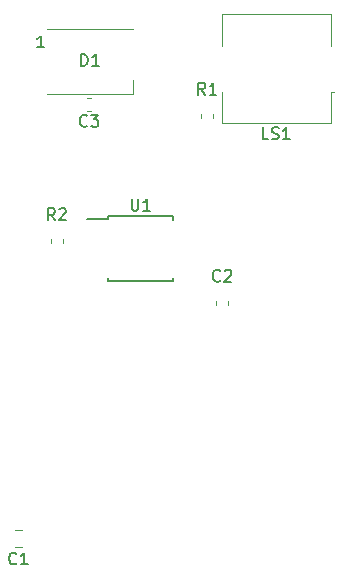
<source format=gto>
G04 #@! TF.GenerationSoftware,KiCad,Pcbnew,(5.1.2-1)-1*
G04 #@! TF.CreationDate,2019-07-21T21:30:41+01:00*
G04 #@! TF.ProjectId,nfc_reader_module,6e66635f-7265-4616-9465-725f6d6f6475,rev?*
G04 #@! TF.SameCoordinates,Original*
G04 #@! TF.FileFunction,Legend,Top*
G04 #@! TF.FilePolarity,Positive*
%FSLAX46Y46*%
G04 Gerber Fmt 4.6, Leading zero omitted, Abs format (unit mm)*
G04 Created by KiCad (PCBNEW (5.1.2-1)-1) date 2019-07-21 21:30:41*
%MOMM*%
%LPD*%
G04 APERTURE LIST*
%ADD10C,0.120000*%
%ADD11C,0.150000*%
G04 APERTURE END LIST*
D10*
X143690000Y-87395279D02*
X143690000Y-87069721D01*
X142670000Y-87395279D02*
X142670000Y-87069721D01*
D11*
X147520000Y-85350000D02*
X145770000Y-85350000D01*
X147520000Y-90655000D02*
X153020000Y-90655000D01*
X147520000Y-85145000D02*
X153020000Y-85145000D01*
X147520000Y-90655000D02*
X147520000Y-90355000D01*
X153020000Y-90655000D02*
X153020000Y-90355000D01*
X153020000Y-85145000D02*
X153020000Y-85445000D01*
X147520000Y-85145000D02*
X147520000Y-85350000D01*
D10*
X155367500Y-76467221D02*
X155367500Y-76792779D01*
X156387500Y-76467221D02*
X156387500Y-76792779D01*
X166350000Y-74640000D02*
X166350000Y-77290000D01*
X166350000Y-77290000D02*
X157130000Y-77290000D01*
X157130000Y-77290000D02*
X157130000Y-74640000D01*
X157130000Y-70720000D02*
X157130000Y-68070000D01*
X157130000Y-68070000D02*
X166350000Y-68070000D01*
X166350000Y-68070000D02*
X166350000Y-70720000D01*
X166350000Y-74640000D02*
X166680000Y-74640000D01*
X149610000Y-74760000D02*
X149610000Y-73610000D01*
X142310000Y-74760000D02*
X149610000Y-74760000D01*
X142310000Y-69260000D02*
X149610000Y-69260000D01*
X146065279Y-75180000D02*
X145739721Y-75180000D01*
X146065279Y-76200000D02*
X145739721Y-76200000D01*
X157690000Y-92665279D02*
X157690000Y-92339721D01*
X156670000Y-92665279D02*
X156670000Y-92339721D01*
X140188578Y-111720000D02*
X139671422Y-111720000D01*
X140188578Y-113140000D02*
X139671422Y-113140000D01*
D11*
X143003333Y-85482380D02*
X142670000Y-85006190D01*
X142431904Y-85482380D02*
X142431904Y-84482380D01*
X142812857Y-84482380D01*
X142908095Y-84530000D01*
X142955714Y-84577619D01*
X143003333Y-84672857D01*
X143003333Y-84815714D01*
X142955714Y-84910952D01*
X142908095Y-84958571D01*
X142812857Y-85006190D01*
X142431904Y-85006190D01*
X143384285Y-84577619D02*
X143431904Y-84530000D01*
X143527142Y-84482380D01*
X143765238Y-84482380D01*
X143860476Y-84530000D01*
X143908095Y-84577619D01*
X143955714Y-84672857D01*
X143955714Y-84768095D01*
X143908095Y-84910952D01*
X143336666Y-85482380D01*
X143955714Y-85482380D01*
X149508095Y-83672380D02*
X149508095Y-84481904D01*
X149555714Y-84577142D01*
X149603333Y-84624761D01*
X149698571Y-84672380D01*
X149889047Y-84672380D01*
X149984285Y-84624761D01*
X150031904Y-84577142D01*
X150079523Y-84481904D01*
X150079523Y-83672380D01*
X151079523Y-84672380D02*
X150508095Y-84672380D01*
X150793809Y-84672380D02*
X150793809Y-83672380D01*
X150698571Y-83815238D01*
X150603333Y-83910476D01*
X150508095Y-83958095D01*
X155730833Y-74849880D02*
X155397500Y-74373690D01*
X155159404Y-74849880D02*
X155159404Y-73849880D01*
X155540357Y-73849880D01*
X155635595Y-73897500D01*
X155683214Y-73945119D01*
X155730833Y-74040357D01*
X155730833Y-74183214D01*
X155683214Y-74278452D01*
X155635595Y-74326071D01*
X155540357Y-74373690D01*
X155159404Y-74373690D01*
X156683214Y-74849880D02*
X156111785Y-74849880D01*
X156397500Y-74849880D02*
X156397500Y-73849880D01*
X156302261Y-73992738D01*
X156207023Y-74087976D01*
X156111785Y-74135595D01*
X161097142Y-78632380D02*
X160620952Y-78632380D01*
X160620952Y-77632380D01*
X161382857Y-78584761D02*
X161525714Y-78632380D01*
X161763809Y-78632380D01*
X161859047Y-78584761D01*
X161906666Y-78537142D01*
X161954285Y-78441904D01*
X161954285Y-78346666D01*
X161906666Y-78251428D01*
X161859047Y-78203809D01*
X161763809Y-78156190D01*
X161573333Y-78108571D01*
X161478095Y-78060952D01*
X161430476Y-78013333D01*
X161382857Y-77918095D01*
X161382857Y-77822857D01*
X161430476Y-77727619D01*
X161478095Y-77680000D01*
X161573333Y-77632380D01*
X161811428Y-77632380D01*
X161954285Y-77680000D01*
X162906666Y-78632380D02*
X162335238Y-78632380D01*
X162620952Y-78632380D02*
X162620952Y-77632380D01*
X162525714Y-77775238D01*
X162430476Y-77870476D01*
X162335238Y-77918095D01*
X145221904Y-72412380D02*
X145221904Y-71412380D01*
X145460000Y-71412380D01*
X145602857Y-71460000D01*
X145698095Y-71555238D01*
X145745714Y-71650476D01*
X145793333Y-71840952D01*
X145793333Y-71983809D01*
X145745714Y-72174285D01*
X145698095Y-72269523D01*
X145602857Y-72364761D01*
X145460000Y-72412380D01*
X145221904Y-72412380D01*
X146745714Y-72412380D02*
X146174285Y-72412380D01*
X146460000Y-72412380D02*
X146460000Y-71412380D01*
X146364761Y-71555238D01*
X146269523Y-71650476D01*
X146174285Y-71698095D01*
X142095714Y-70862380D02*
X141524285Y-70862380D01*
X141810000Y-70862380D02*
X141810000Y-69862380D01*
X141714761Y-70005238D01*
X141619523Y-70100476D01*
X141524285Y-70148095D01*
X145735833Y-77477142D02*
X145688214Y-77524761D01*
X145545357Y-77572380D01*
X145450119Y-77572380D01*
X145307261Y-77524761D01*
X145212023Y-77429523D01*
X145164404Y-77334285D01*
X145116785Y-77143809D01*
X145116785Y-77000952D01*
X145164404Y-76810476D01*
X145212023Y-76715238D01*
X145307261Y-76620000D01*
X145450119Y-76572380D01*
X145545357Y-76572380D01*
X145688214Y-76620000D01*
X145735833Y-76667619D01*
X146069166Y-76572380D02*
X146688214Y-76572380D01*
X146354880Y-76953333D01*
X146497738Y-76953333D01*
X146592976Y-77000952D01*
X146640595Y-77048571D01*
X146688214Y-77143809D01*
X146688214Y-77381904D01*
X146640595Y-77477142D01*
X146592976Y-77524761D01*
X146497738Y-77572380D01*
X146212023Y-77572380D01*
X146116785Y-77524761D01*
X146069166Y-77477142D01*
X157013333Y-90587142D02*
X156965714Y-90634761D01*
X156822857Y-90682380D01*
X156727619Y-90682380D01*
X156584761Y-90634761D01*
X156489523Y-90539523D01*
X156441904Y-90444285D01*
X156394285Y-90253809D01*
X156394285Y-90110952D01*
X156441904Y-89920476D01*
X156489523Y-89825238D01*
X156584761Y-89730000D01*
X156727619Y-89682380D01*
X156822857Y-89682380D01*
X156965714Y-89730000D01*
X157013333Y-89777619D01*
X157394285Y-89777619D02*
X157441904Y-89730000D01*
X157537142Y-89682380D01*
X157775238Y-89682380D01*
X157870476Y-89730000D01*
X157918095Y-89777619D01*
X157965714Y-89872857D01*
X157965714Y-89968095D01*
X157918095Y-90110952D01*
X157346666Y-90682380D01*
X157965714Y-90682380D01*
X139753333Y-114527142D02*
X139705714Y-114574761D01*
X139562857Y-114622380D01*
X139467619Y-114622380D01*
X139324761Y-114574761D01*
X139229523Y-114479523D01*
X139181904Y-114384285D01*
X139134285Y-114193809D01*
X139134285Y-114050952D01*
X139181904Y-113860476D01*
X139229523Y-113765238D01*
X139324761Y-113670000D01*
X139467619Y-113622380D01*
X139562857Y-113622380D01*
X139705714Y-113670000D01*
X139753333Y-113717619D01*
X140705714Y-114622380D02*
X140134285Y-114622380D01*
X140420000Y-114622380D02*
X140420000Y-113622380D01*
X140324761Y-113765238D01*
X140229523Y-113860476D01*
X140134285Y-113908095D01*
M02*

</source>
